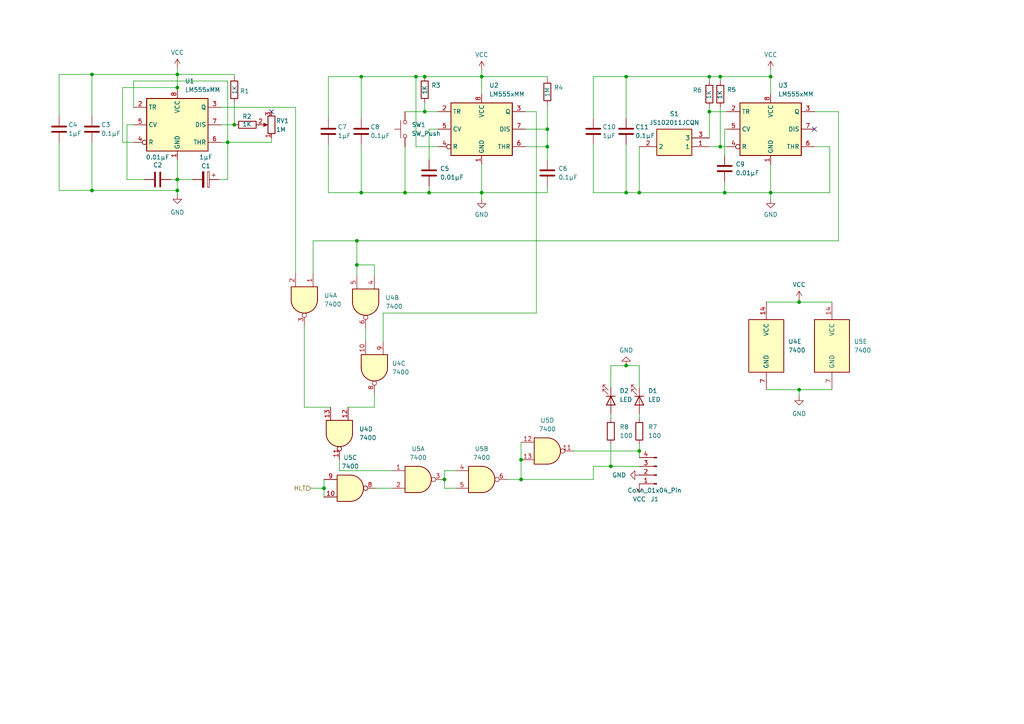
<source format=kicad_sch>
(kicad_sch (version 20231120) (generator "eeschema") (generator_version "8.0")
  (paper "A4")
  (lib_symbols
    (symbol "74xx:7400" (pin_names (offset 1.016))
      (property "Reference" "U" (at 0 1.27 0))
      (property "Value" "7400" (at 0 -1.27 0))
      (symbol "7400_1_1"
        (arc (start 0 -3.81) (mid 3.7934 0) (end 0 3.81) (stroke (width 0.254)) (fill (type background)))
        (polyline (pts (xy 0 3.81) (xy -3.81 3.81) (xy -3.81 -3.81) (xy 0 -3.81)) (stroke (width 0.254)) (fill (type background)))
        (pin input line (at -7.62 2.54 0) (length 3.81) (name "~") (number "1"))
        (pin input line (at -7.62 -2.54 0) (length 3.81) (name "~") (number "2"))
        (pin output inverted (at 7.62 0 180) (length 3.81) (name "~") (number "3"))
      )
      (symbol "7400_1_2"
        (arc (start -3.81 -3.81) (mid -2.589 0) (end -3.81 3.81) (stroke (width 0.254)))
        (arc (start -0.6096 -3.81) (mid 2.1842 -2.5851) (end 3.81 0) (stroke (width 0.254)) (fill (type background)))
        (polyline (pts (xy -3.81 -3.81) (xy -0.635 -3.81)) (stroke (width 0.254)) (fill (type background)))
        (polyline (pts (xy -3.81 3.81) (xy -0.635 3.81)) (stroke (width 0.254)) (fill (type background)))
        (polyline (pts (xy -0.635 3.81) (xy -3.81 3.81) (xy -3.81 3.81) (xy -3.556 3.4036) (xy -3.0226 2.2606) (xy -2.6924 1.0414) (xy -2.6162 -0.254) (xy -2.7686 -1.4986) (xy -3.175 -2.7178) (xy -3.81 -3.81) (xy -3.81 -3.81) (xy -0.635 -3.81)) (stroke (width -25.4)) (fill (type background)))
        (arc (start 3.81 0) (mid 2.1915 2.5936) (end -0.6096 3.81) (stroke (width 0.254)) (fill (type background)))
        (pin input inverted (at -7.62 2.54 0) (length 4.318) (name "~") (number "1"))
        (pin input inverted (at -7.62 -2.54 0) (length 4.318) (name "~") (number "2"))
        (pin output line (at 7.62 0 180) (length 3.81) (name "~") (number "3"))
      )
      (symbol "7400_2_1"
        (arc (start 0 -3.81) (mid 3.7934 0) (end 0 3.81) (stroke (width 0.254)) (fill (type background)))
        (polyline (pts (xy 0 3.81) (xy -3.81 3.81) (xy -3.81 -3.81) (xy 0 -3.81)) (stroke (width 0.254)) (fill (type background)))
        (pin input line (at -7.62 2.54 0) (length 3.81) (name "~") (number "4"))
        (pin input line (at -7.62 -2.54 0) (length 3.81) (name "~") (number "5"))
        (pin output inverted (at 7.62 0 180) (length 3.81) (name "~") (number "6"))
      )
      (symbol "7400_2_2"
        (arc (start -3.81 -3.81) (mid -2.589 0) (end -3.81 3.81) (stroke (width 0.254)))
        (arc (start -0.6096 -3.81) (mid 2.1842 -2.5851) (end 3.81 0) (stroke (width 0.254)) (fill (type background)))
        (polyline (pts (xy -3.81 -3.81) (xy -0.635 -3.81)) (stroke (width 0.254)) (fill (type background)))
        (polyline (pts (xy -3.81 3.81) (xy -0.635 3.81)) (stroke (width 0.254)) (fill (type background)))
        (polyline (pts (xy -0.635 3.81) (xy -3.81 3.81) (xy -3.81 3.81) (xy -3.556 3.4036) (xy -3.0226 2.2606) (xy -2.6924 1.0414) (xy -2.6162 -0.254) (xy -2.7686 -1.4986) (xy -3.175 -2.7178) (xy -3.81 -3.81) (xy -3.81 -3.81) (xy -0.635 -3.81)) (stroke (width -25.4)) (fill (type background)))
        (arc (start 3.81 0) (mid 2.1915 2.5936) (end -0.6096 3.81) (stroke (width 0.254)) (fill (type background)))
        (pin input inverted (at -7.62 2.54 0) (length 4.318) (name "~") (number "4"))
        (pin input inverted (at -7.62 -2.54 0) (length 4.318) (name "~") (number "5"))
        (pin output line (at 7.62 0 180) (length 3.81) (name "~") (number "6"))
      )
      (symbol "7400_3_1"
        (arc (start 0 -3.81) (mid 3.7934 0) (end 0 3.81) (stroke (width 0.254)) (fill (type background)))
        (polyline (pts (xy 0 3.81) (xy -3.81 3.81) (xy -3.81 -3.81) (xy 0 -3.81)) (stroke (width 0.254)) (fill (type background)))
        (pin input line (at -7.62 -2.54 0) (length 3.81) (name "~") (number "10"))
        (pin output inverted (at 7.62 0 180) (length 3.81) (name "~") (number "8"))
        (pin input line (at -7.62 2.54 0) (length 3.81) (name "~") (number "9"))
      )
      (symbol "7400_3_2"
        (arc (start -3.81 -3.81) (mid -2.589 0) (end -3.81 3.81) (stroke (width 0.254)))
        (arc (start -0.6096 -3.81) (mid 2.1842 -2.5851) (end 3.81 0) (stroke (width 0.254)) (fill (type background)))
        (polyline (pts (xy -3.81 -3.81) (xy -0.635 -3.81)) (stroke (width 0.254)) (fill (type background)))
        (polyline (pts (xy -3.81 3.81) (xy -0.635 3.81)) (stroke (width 0.254)) (fill (type background)))
        (polyline (pts (xy -0.635 3.81) (xy -3.81 3.81) (xy -3.81 3.81) (xy -3.556 3.4036) (xy -3.0226 2.2606) (xy -2.6924 1.0414) (xy -2.6162 -0.254) (xy -2.7686 -1.4986) (xy -3.175 -2.7178) (xy -3.81 -3.81) (xy -3.81 -3.81) (xy -0.635 -3.81)) (stroke (width -25.4)) (fill (type background)))
        (arc (start 3.81 0) (mid 2.1915 2.5936) (end -0.6096 3.81) (stroke (width 0.254)) (fill (type background)))
        (pin input inverted (at -7.62 -2.54 0) (length 4.318) (name "~") (number "10"))
        (pin output line (at 7.62 0 180) (length 3.81) (name "~") (number "8"))
        (pin input inverted (at -7.62 2.54 0) (length 4.318) (name "~") (number "9"))
      )
      (symbol "7400_4_1"
        (arc (start 0 -3.81) (mid 3.7934 0) (end 0 3.81) (stroke (width 0.254)) (fill (type background)))
        (polyline (pts (xy 0 3.81) (xy -3.81 3.81) (xy -3.81 -3.81) (xy 0 -3.81)) (stroke (width 0.254)) (fill (type background)))
        (pin output inverted (at 7.62 0 180) (length 3.81) (name "~") (number "11"))
        (pin input line (at -7.62 2.54 0) (length 3.81) (name "~") (number "12"))
        (pin input line (at -7.62 -2.54 0) (length 3.81) (name "~") (number "13"))
      )
      (symbol "7400_4_2"
        (arc (start -3.81 -3.81) (mid -2.589 0) (end -3.81 3.81) (stroke (width 0.254)))
        (arc (start -0.6096 -3.81) (mid 2.1842 -2.5851) (end 3.81 0) (stroke (width 0.254)) (fill (type background)))
        (polyline (pts (xy -3.81 -3.81) (xy -0.635 -3.81)) (stroke (width 0.254)) (fill (type background)))
        (polyline (pts (xy -3.81 3.81) (xy -0.635 3.81)) (stroke (width 0.254)) (fill (type background)))
        (polyline (pts (xy -0.635 3.81) (xy -3.81 3.81) (xy -3.81 3.81) (xy -3.556 3.4036) (xy -3.0226 2.2606) (xy -2.6924 1.0414) (xy -2.6162 -0.254) (xy -2.7686 -1.4986) (xy -3.175 -2.7178) (xy -3.81 -3.81) (xy -3.81 -3.81) (xy -0.635 -3.81)) (stroke (width -25.4)) (fill (type background)))
        (arc (start 3.81 0) (mid 2.1915 2.5936) (end -0.6096 3.81) (stroke (width 0.254)) (fill (type background)))
        (pin output line (at 7.62 0 180) (length 3.81) (name "~") (number "11"))
        (pin input inverted (at -7.62 2.54 0) (length 4.318) (name "~") (number "12"))
        (pin input inverted (at -7.62 -2.54 0) (length 4.318) (name "~") (number "13"))
      )
      (symbol "7400_5_0"
        (pin power_in line (at 0 12.7 270) (length 5.08) (name "VCC") (number "14"))
        (pin power_in line (at 0 -12.7 90) (length 5.08) (name "GND") (number "7"))
      )
      (symbol "7400_5_1"
        (rectangle (start -5.08 7.62) (end 5.08 -7.62) (stroke (width 0.254)) (fill (type background)))
      )
    )
    (symbol "Connector:Conn_01x04_Pin" (pin_names (offset 1.016) hide)
      (property "Reference" "J" (at 0 5.08 0))
      (property "Value" "Conn_01x04_Pin" (at 0 -7.62 0))
      (symbol "Conn_01x04_Pin_1_1"
        (polyline (pts (xy 1.27 -5.08) (xy 0.8636 -5.08)) (stroke (width 0.1524)))
        (polyline (pts (xy 1.27 -2.54) (xy 0.8636 -2.54)) (stroke (width 0.1524)))
        (polyline (pts (xy 1.27 0) (xy 0.8636 0)) (stroke (width 0.1524)))
        (polyline (pts (xy 1.27 2.54) (xy 0.8636 2.54)) (stroke (width 0.1524)))
        (rectangle (start 0.8636 -4.953) (end 0 -5.207) (stroke (width 0.1524)) (fill (type outline)))
        (rectangle (start 0.8636 -2.413) (end 0 -2.667) (stroke (width 0.1524)) (fill (type outline)))
        (rectangle (start 0.8636 0.127) (end 0 -0.127) (stroke (width 0.1524)) (fill (type outline)))
        (rectangle (start 0.8636 2.667) (end 0 2.413) (stroke (width 0.1524)) (fill (type outline)))
        (pin passive line (at 5.08 2.54 180) (length 3.81) (name "Pin_1") (number "1"))
        (pin passive line (at 5.08 0 180) (length 3.81) (name "Pin_2") (number "2"))
        (pin passive line (at 5.08 -2.54 180) (length 3.81) (name "Pin_3") (number "3"))
        (pin passive line (at 5.08 -5.08 180) (length 3.81) (name "Pin_4") (number "4"))
      )
    )
    (symbol "Device:C" (pin_numbers hide) (pin_names (offset 0.254))
      (property "Reference" "C" (at 0.635 2.54 0))
      (property "Value" "C" (at 0.635 -2.54 0))
      (symbol "C_0_1"
        (polyline (pts (xy -2.032 -0.762) (xy 2.032 -0.762)) (stroke (width 0.508)))
        (polyline (pts (xy -2.032 0.762) (xy 2.032 0.762)) (stroke (width 0.508)))
      )
      (symbol "C_1_1"
        (pin passive line (at 0 3.81 270) (length 2.794) (name "~") (number "1"))
        (pin passive line (at 0 -3.81 90) (length 2.794) (name "~") (number "2"))
      )
    )
    (symbol "Device:C_Polarized" (pin_numbers hide) (pin_names (offset 0.254))
      (property "Reference" "C" (at 0.635 2.54 0))
      (property "Value" "C_Polarized" (at 0.635 -2.54 0))
      (symbol "C_Polarized_0_1"
        (rectangle (start -2.286 0.508) (end 2.286 1.016))
        (polyline (pts (xy -1.778 2.286) (xy -0.762 2.286)))
        (polyline (pts (xy -1.27 2.794) (xy -1.27 1.778)))
        (rectangle (start 2.286 -0.508) (end -2.286 -1.016) (fill (type outline)))
      )
      (symbol "C_Polarized_1_1"
        (pin passive line (at 0 3.81 270) (length 2.794) (name "~") (number "1"))
        (pin passive line (at 0 -3.81 90) (length 2.794) (name "~") (number "2"))
      )
    )
    (symbol "Device:LED" (pin_numbers hide) (pin_names (offset 1.016) hide)
      (property "Reference" "D" (at 0 2.54 0))
      (property "Value" "LED" (at 0 -2.54 0))
      (symbol "LED_0_1"
        (polyline (pts (xy -1.27 -1.27) (xy -1.27 1.27)) (stroke (width 0.254)))
        (polyline (pts (xy -1.27 0) (xy 1.27 0)))
        (polyline (pts (xy 1.27 -1.27) (xy 1.27 1.27) (xy -1.27 0) (xy 1.27 -1.27)) (stroke (width 0.254)))
        (polyline (pts (xy -3.048 -0.762) (xy -4.572 -2.286) (xy -3.81 -2.286) (xy -4.572 -2.286) (xy -4.572 -1.524)))
        (polyline (pts (xy -1.778 -0.762) (xy -3.302 -2.286) (xy -2.54 -2.286) (xy -3.302 -2.286) (xy -3.302 -1.524)))
      )
      (symbol "LED_1_1"
        (pin passive line (at -3.81 0 0) (length 2.54) (name "K") (number "1"))
        (pin passive line (at 3.81 0 180) (length 2.54) (name "A") (number "2"))
      )
    )
    (symbol "Device:R" (pin_numbers hide) (pin_names (offset 0))
      (property "Reference" "R" (at 2.032 0 90))
      (property "Value" "R" (at 0 0 90))
      (symbol "R_0_1"
        (rectangle (start -1.016 -2.54) (end 1.016 2.54) (stroke (width 0.254)))
      )
      (symbol "R_1_1"
        (pin passive line (at 0 3.81 270) (length 1.27) (name "~") (number "1"))
        (pin passive line (at 0 -3.81 90) (length 1.27) (name "~") (number "2"))
      )
    )
    (symbol "Device:R_Potentiometer" (pin_names (offset 1.016) hide)
      (property "Reference" "RV" (at -4.445 0 90))
      (property "Value" "R_Potentiometer" (at -2.54 0 90))
      (symbol "R_Potentiometer_0_1"
        (polyline (pts (xy 2.54 0) (xy 1.524 0)))
        (polyline (pts (xy 1.143 0) (xy 2.286 0.508) (xy 2.286 -0.508) (xy 1.143 0)) (fill (type outline)))
        (rectangle (start 1.016 2.54) (end -1.016 -2.54) (stroke (width 0.254)))
      )
      (symbol "R_Potentiometer_1_1"
        (pin passive line (at 0 3.81 270) (length 1.27) (name "1") (number "1"))
        (pin passive line (at 3.81 0 180) (length 1.27) (name "2") (number "2"))
        (pin passive line (at 0 -3.81 90) (length 1.27) (name "3") (number "3"))
      )
    )
    (symbol "JS102011JCQN:JS102011JCQN"
      (property "Reference" "S" (at 16.51 7.62 0))
      (property "Value" "JS102011JCQN" (at 16.51 5.08 0))
      (symbol "JS102011JCQN_1_1"
        (rectangle (start 5.08 2.54) (end 15.24 -5.08) (stroke (width 0.254)) (fill (type background)))
        (pin passive line (at 0 0 0) (length 5.08) (name "1") (number "1"))
        (pin passive line (at 20.32 0 180) (length 5.08) (name "2") (number "2"))
        (pin passive line (at 0 -2.54 0) (length 5.08) (name "3") (number "3"))
      )
    )
    (symbol "Switch:SW_Push" (pin_numbers hide) (pin_names (offset 1.016) hide)
      (property "Reference" "SW" (at 1.27 2.54 0))
      (property "Value" "SW_Push" (at 0 -1.524 0))
      (symbol "SW_Push_0_1"
        (circle (center -2.032 0) (radius 0.508))
        (polyline (pts (xy 0 1.27) (xy 0 3.048)))
        (polyline (pts (xy 2.54 1.27) (xy -2.54 1.27)))
        (circle (center 2.032 0) (radius 0.508))
        (pin passive line (at -5.08 0 0) (length 2.54) (name "1") (number "1"))
        (pin passive line (at 5.08 0 180) (length 2.54) (name "2") (number "2"))
      )
    )
    (symbol "Timer:LM555xMM"
      (property "Reference" "U" (at -10.16 8.89 0))
      (property "Value" "LM555xMM" (at 2.54 8.89 0))
      (symbol "LM555xMM_0_0"
        (pin power_in line (at 0 -10.16 90) (length 2.54) (name "GND") (number "1"))
        (pin power_in line (at 0 10.16 270) (length 2.54) (name "VCC") (number "8"))
      )
      (symbol "LM555xMM_0_1"
        (rectangle (start -8.89 -7.62) (end 8.89 7.62) (stroke (width 0.254)) (fill (type background)))
        (rectangle (start -8.89 -7.62) (end 8.89 7.62) (stroke (width 0.254)) (fill (type background)))
      )
      (symbol "LM555xMM_1_1"
        (pin input line (at -12.7 5.08 0) (length 3.81) (name "TR") (number "2"))
        (pin output line (at 12.7 5.08 180) (length 3.81) (name "Q") (number "3"))
        (pin input inverted (at -12.7 -5.08 0) (length 3.81) (name "R") (number "4"))
        (pin input line (at -12.7 0 0) (length 3.81) (name "CV") (number "5"))
        (pin input line (at 12.7 -5.08 180) (length 3.81) (name "THR") (number "6"))
        (pin input line (at 12.7 0 180) (length 3.81) (name "DIS") (number "7"))
      )
    )
    (symbol "power:GND" (power) (pin_numbers hide) (pin_names (offset 0) hide)
      (property "Value" "GND" (at 0 -3.81 0))
      (symbol "GND_0_1"
        (polyline (pts (xy 0 0) (xy 0 -1.27) (xy 1.27 -1.27) (xy 0 -2.54) (xy -1.27 -1.27) (xy 0 -1.27)))
      )
      (symbol "GND_1_1"
        (pin power_in line (at 0 0 270) (length 0) (name "~") (number "1"))
      )
    )
    (symbol "power:VCC" (power) (pin_numbers hide) (pin_names (offset 0) hide)
      (property "Value" "VCC" (at 0 3.556 0))
      (symbol "VCC_0_1"
        (polyline (pts (xy -0.762 1.27) (xy 0 2.54)))
        (polyline (pts (xy 0 0) (xy 0 2.54)))
        (polyline (pts (xy 0 2.54) (xy 0.762 1.27)))
      )
      (symbol "VCC_1_1"
        (pin power_in line (at 0 0 90) (length 0) (name "~") (number "1"))
      )
    )
  )
  (junction (at 123.19 32.385))
  (junction (at 205.74 22.225))
  (junction (at 158.75 42.545))
  (junction (at 205.74 32.385))
  (junction (at 51.435 52.07))
  (junction (at 103.505 76.835))
  (junction (at 139.7 55.88))
  (junction (at 181.61 55.88))
  (junction (at 123.19 22.225))
  (junction (at 124.46 55.88))
  (junction (at 67.945 36.195))
  (junction (at 26.67 21.59))
  (junction (at 51.435 55.245))
  (junction (at 103.505 69.85))
  (junction (at 177.165 135.255))
  (junction (at 181.61 106.045))
  (junction (at 120.65 22.225))
  (junction (at 185.42 55.88))
  (junction (at 208.915 42.545))
  (junction (at 104.775 55.88))
  (junction (at 231.775 113.03))
  (junction (at 151.13 133.35))
  (junction (at 210.185 55.88))
  (junction (at 223.52 22.225))
  (junction (at 185.42 130.81))
  (junction (at 223.52 55.88))
  (junction (at 151.13 139.065))
  (junction (at 51.435 25.4))
  (junction (at 158.75 37.465))
  (junction (at 66.04 41.275))
  (junction (at 93.98 141.605))
  (junction (at 26.67 55.245))
  (junction (at 128.905 139.065))
  (junction (at 139.7 22.225))
  (junction (at 231.775 87.63))
  (junction (at 117.475 55.88))
  (junction (at 181.61 22.225))
  (junction (at 208.915 22.225))
  (junction (at 104.775 22.225))
  (junction (at 51.435 21.59))
  (no_connect (at 236.22 37.465))
  (no_connect (at 78.74 32.385))
  (wire (pts (xy 210.185 55.88) (xy 223.52 55.88)))
  (wire (pts (xy 124.46 37.465) (xy 127 37.465)))
  (wire (pts (xy 222.25 113.03) (xy 231.775 113.03)))
  (wire (pts (xy 90.17 141.605) (xy 93.98 141.605)))
  (wire (pts (xy 240.665 42.545) (xy 240.665 55.88)))
  (wire (pts (xy 185.42 120.015) (xy 185.42 121.285)))
  (wire (pts (xy 223.52 22.225) (xy 223.52 20.32)))
  (wire (pts (xy 104.775 41.91) (xy 104.775 55.88)))
  (wire (pts (xy 223.52 55.88) (xy 223.52 57.785)))
  (wire (pts (xy 208.915 42.545) (xy 208.915 31.115)))
  (wire (pts (xy 95.25 41.91) (xy 95.25 55.88)))
  (wire (pts (xy 51.435 21.59) (xy 51.435 25.4)))
  (wire (pts (xy 95.25 34.29) (xy 95.25 22.225)))
  (wire (pts (xy 66.04 41.275) (xy 64.135 41.275)))
  (wire (pts (xy 172.085 41.91) (xy 172.085 55.88)))
  (wire (pts (xy 35.56 41.275) (xy 35.56 25.4)))
  (wire (pts (xy 139.7 22.225) (xy 139.7 27.305)))
  (wire (pts (xy 35.56 41.275) (xy 38.735 41.275)))
  (wire (pts (xy 177.165 112.395) (xy 177.165 106.045)))
  (wire (pts (xy 158.75 46.355) (xy 158.75 42.545)))
  (wire (pts (xy 181.61 22.225) (xy 205.74 22.225)))
  (wire (pts (xy 158.75 37.465) (xy 152.4 37.465)))
  (wire (pts (xy 103.505 69.85) (xy 103.505 76.835)))
  (wire (pts (xy 64.135 36.195) (xy 67.945 36.195)))
  (wire (pts (xy 123.19 32.385) (xy 127 32.385)))
  (wire (pts (xy 181.61 22.225) (xy 181.61 34.29)))
  (wire (pts (xy 236.22 42.545) (xy 240.665 42.545)))
  (wire (pts (xy 223.52 47.625) (xy 223.52 55.88)))
  (wire (pts (xy 26.67 41.275) (xy 26.67 55.245)))
  (wire (pts (xy 139.7 22.225) (xy 158.75 22.225)))
  (wire (pts (xy 51.435 52.07) (xy 55.88 52.07)))
  (wire (pts (xy 151.13 133.35) (xy 151.13 139.065)))
  (wire (pts (xy 128.905 141.605) (xy 132.08 141.605)))
  (wire (pts (xy 36.83 52.07) (xy 41.91 52.07)))
  (wire (pts (xy 109.22 141.605) (xy 113.665 141.605)))
  (wire (pts (xy 158.75 42.545) (xy 158.75 37.465)))
  (wire (pts (xy 151.13 139.065) (xy 172.085 139.065)))
  (wire (pts (xy 90.805 69.85) (xy 103.505 69.85)))
  (wire (pts (xy 98.425 136.525) (xy 113.665 136.525)))
  (wire (pts (xy 78.74 41.275) (xy 78.74 40.005)))
  (wire (pts (xy 240.665 55.88) (xy 223.52 55.88)))
  (wire (pts (xy 63.5 52.07) (xy 66.04 52.07)))
  (wire (pts (xy 123.19 22.225) (xy 139.7 22.225)))
  (wire (pts (xy 147.32 139.065) (xy 151.13 139.065)))
  (wire (pts (xy 51.435 21.59) (xy 67.945 21.59)))
  (wire (pts (xy 185.42 128.905) (xy 185.42 130.81)))
  (wire (pts (xy 208.915 42.545) (xy 210.82 42.545)))
  (wire (pts (xy 205.74 42.545) (xy 208.915 42.545)))
  (wire (pts (xy 223.52 22.225) (xy 223.52 27.305)))
  (wire (pts (xy 139.7 57.785) (xy 139.7 55.88)))
  (wire (pts (xy 26.67 21.59) (xy 51.435 21.59)))
  (wire (pts (xy 185.42 130.81) (xy 185.42 132.715)))
  (wire (pts (xy 139.7 55.88) (xy 139.7 47.625)))
  (wire (pts (xy 64.135 31.115) (xy 85.725 31.115)))
  (wire (pts (xy 208.915 22.225) (xy 208.915 23.495)))
  (wire (pts (xy 67.945 21.59) (xy 67.945 22.225)))
  (wire (pts (xy 88.265 118.11) (xy 95.885 118.11)))
  (wire (pts (xy 49.53 52.07) (xy 51.435 52.07)))
  (wire (pts (xy 108.585 114.3) (xy 108.585 118.11)))
  (wire (pts (xy 103.505 76.835) (xy 103.505 80.01)))
  (wire (pts (xy 181.61 106.045) (xy 185.42 106.045)))
  (wire (pts (xy 111.125 99.06) (xy 111.125 90.805)))
  (wire (pts (xy 172.085 55.88) (xy 181.61 55.88)))
  (wire (pts (xy 139.7 20.32) (xy 139.7 22.225)))
  (wire (pts (xy 205.74 22.225) (xy 208.915 22.225)))
  (wire (pts (xy 185.42 42.545) (xy 185.42 55.88)))
  (wire (pts (xy 103.505 69.85) (xy 243.205 69.85)))
  (wire (pts (xy 36.83 36.195) (xy 36.83 52.07)))
  (wire (pts (xy 35.56 25.4) (xy 51.435 25.4)))
  (wire (pts (xy 231.775 87.63) (xy 231.775 86.995)))
  (wire (pts (xy 51.435 19.685) (xy 51.435 21.59)))
  (wire (pts (xy 139.7 55.88) (xy 158.75 55.88)))
  (wire (pts (xy 106.045 95.25) (xy 106.045 99.06)))
  (wire (pts (xy 104.775 55.88) (xy 117.475 55.88)))
  (wire (pts (xy 231.775 113.03) (xy 241.3 113.03)))
  (wire (pts (xy 185.42 55.88) (xy 210.185 55.88)))
  (wire (pts (xy 104.775 22.225) (xy 104.775 34.29)))
  (wire (pts (xy 172.085 135.255) (xy 177.165 135.255)))
  (wire (pts (xy 51.435 25.4) (xy 51.435 26.035)))
  (wire (pts (xy 181.61 55.88) (xy 185.42 55.88)))
  (wire (pts (xy 181.61 41.91) (xy 181.61 55.88)))
  (wire (pts (xy 155.575 90.805) (xy 155.575 32.385)))
  (wire (pts (xy 93.98 141.605) (xy 93.98 139.065)))
  (wire (pts (xy 66.04 23.495) (xy 66.04 41.275)))
  (wire (pts (xy 17.145 55.245) (xy 26.67 55.245)))
  (wire (pts (xy 17.145 41.275) (xy 17.145 55.245)))
  (wire (pts (xy 117.475 55.88) (xy 124.46 55.88)))
  (wire (pts (xy 95.25 22.225) (xy 104.775 22.225)))
  (wire (pts (xy 177.165 120.015) (xy 177.165 121.285)))
  (wire (pts (xy 172.085 22.225) (xy 181.61 22.225)))
  (wire (pts (xy 38.735 31.115) (xy 38.735 23.495)))
  (wire (pts (xy 26.67 55.245) (xy 51.435 55.245)))
  (wire (pts (xy 205.74 32.385) (xy 205.74 40.005)))
  (wire (pts (xy 128.905 139.065) (xy 128.905 141.605)))
  (wire (pts (xy 166.37 130.81) (xy 185.42 130.81)))
  (wire (pts (xy 210.185 52.705) (xy 210.185 55.88)))
  (wire (pts (xy 185.42 106.045) (xy 185.42 112.395)))
  (wire (pts (xy 124.46 55.88) (xy 124.46 53.975)))
  (wire (pts (xy 98.425 133.35) (xy 98.425 136.525)))
  (wire (pts (xy 158.75 55.88) (xy 158.75 53.975)))
  (wire (pts (xy 67.945 29.845) (xy 67.945 36.195)))
  (wire (pts (xy 17.145 21.59) (xy 26.67 21.59)))
  (wire (pts (xy 210.185 37.465) (xy 210.82 37.465)))
  (wire (pts (xy 74.93 36.195) (xy 75.565 36.195)))
  (wire (pts (xy 158.75 30.48) (xy 158.75 37.465)))
  (wire (pts (xy 38.735 23.495) (xy 66.04 23.495)))
  (wire (pts (xy 208.915 22.225) (xy 223.52 22.225)))
  (wire (pts (xy 120.65 22.225) (xy 120.65 42.545)))
  (wire (pts (xy 51.435 52.07) (xy 51.435 55.245)))
  (wire (pts (xy 243.205 32.385) (xy 236.22 32.385)))
  (wire (pts (xy 117.475 42.545) (xy 117.475 55.88)))
  (wire (pts (xy 88.265 94.615) (xy 88.265 118.11)))
  (wire (pts (xy 26.67 21.59) (xy 26.67 33.655)))
  (wire (pts (xy 90.805 79.375) (xy 90.805 69.85)))
  (wire (pts (xy 152.4 42.545) (xy 158.75 42.545)))
  (wire (pts (xy 172.085 139.065) (xy 172.085 135.255)))
  (wire (pts (xy 177.165 128.905) (xy 177.165 135.255)))
  (wire (pts (xy 231.775 87.63) (xy 241.3 87.63)))
  (wire (pts (xy 38.735 36.195) (xy 36.83 36.195)))
  (wire (pts (xy 128.905 136.525) (xy 132.08 136.525)))
  (wire (pts (xy 117.475 32.385) (xy 123.19 32.385)))
  (wire (pts (xy 158.75 22.225) (xy 158.75 22.86)))
  (wire (pts (xy 128.905 139.065) (xy 128.905 136.525)))
  (wire (pts (xy 120.65 22.225) (xy 123.19 22.225)))
  (wire (pts (xy 243.205 69.85) (xy 243.205 32.385)))
  (wire (pts (xy 17.145 33.655) (xy 17.145 21.59)))
  (wire (pts (xy 222.25 87.63) (xy 231.775 87.63)))
  (wire (pts (xy 120.65 42.545) (xy 127 42.545)))
  (wire (pts (xy 93.98 141.605) (xy 93.98 144.145)))
  (wire (pts (xy 172.085 34.29) (xy 172.085 22.225)))
  (wire (pts (xy 100.965 118.11) (xy 108.585 118.11)))
  (wire (pts (xy 151.13 128.27) (xy 151.13 133.35)))
  (wire (pts (xy 205.74 31.115) (xy 205.74 32.385)))
  (wire (pts (xy 177.165 135.255) (xy 185.42 135.255)))
  (wire (pts (xy 51.435 55.245) (xy 51.435 56.515)))
  (wire (pts (xy 108.585 80.01) (xy 108.585 76.835)))
  (wire (pts (xy 108.585 76.835) (xy 103.505 76.835)))
  (wire (pts (xy 111.125 90.805) (xy 155.575 90.805)))
  (wire (pts (xy 231.775 113.03) (xy 231.775 114.935)))
  (wire (pts (xy 123.19 29.845) (xy 123.19 32.385)))
  (wire (pts (xy 177.165 106.045) (xy 181.61 106.045)))
  (wire (pts (xy 124.46 55.88) (xy 139.7 55.88)))
  (wire (pts (xy 66.04 41.275) (xy 66.04 52.07)))
  (wire (pts (xy 124.46 46.355) (xy 124.46 37.465)))
  (wire (pts (xy 95.25 55.88) (xy 104.775 55.88)))
  (wire (pts (xy 104.775 22.225) (xy 120.65 22.225)))
  (wire (pts (xy 210.185 45.085) (xy 210.185 37.465)))
  (wire (pts (xy 51.435 52.07) (xy 51.435 46.355)))
  (wire (pts (xy 155.575 32.385) (xy 152.4 32.385)))
  (wire (pts (xy 205.74 22.225) (xy 205.74 23.495)))
  (wire (pts (xy 66.04 41.275) (xy 78.74 41.275)))
  (wire (pts (xy 85.725 31.115) (xy 85.725 79.375)))
  (wire (pts (xy 205.74 32.385) (xy 210.82 32.385)))
  (hierarchical_label "HLT" (shape input) (at 90.17 141.605 180))
  (symbol (lib_id "Switch:SW_Push") (at 117.475 37.465 90) (unit 1)
    (property "Reference" "SW1" (at 119.38 36.1949 90) (effects (justify right)))
    (property "Value" "SW_Push" (at 119.38 38.7349 90) (effects (justify right)))
    (property "Footprint" "Button_Switch_THT:SW_PUSH_6mm_H5mm" (effects (hide yes)))
    (property "Description" "Push button switch, generic, two pins" (effects (hide yes)))
  )
  (symbol (lib_id "Device:R") (at 205.74 27.305 0) (unit 1)
    (property "Reference" "R6" (at 200.914 26.162 0) (effects (justify left)))
    (property "Value" "1K" (at 205.613 28.829 90) (effects (justify left)))
    (property "Footprint" "Resistor_SMD:R_0603_1608Metric" (effects (hide yes)))
    (property "Description" "Resistor" (effects (hide yes)))
  )
  (symbol (lib_id "power:GND") (at 185.42 137.795 270) (unit 1)
    (property "Reference" "#PWR010" (effects (hide yes)))
    (property "Value" "GND" (at 181.61 137.7951 90) (effects (justify right)))
    (property "Description" "Power symbol creates a global label with name \"GND\" , ground" (effects (hide yes)))
  )
  (symbol (lib_id "power:VCC") (at 51.435 19.685 0) (unit 1)
    (property "Reference" "#PWR01" (effects (hide yes)))
    (property "Value" "VCC" (at 51.435 15.24 0))
    (property "Description" "Power symbol creates a global label with name \"VCC\"" (effects (hide yes)))
  )
  (symbol (lib_id "Device:C_Polarized") (at 59.69 52.07 270) (unit 1)
    (property "Reference" "C1" (at 59.69 48.133 90))
    (property "Value" "1µF" (at 59.69 45.593 90))
    (property "Footprint" "Capacitor_SMD:C_0603_1608Metric" (effects (hide yes)))
    (property "Description" "Polarized capacitor" (effects (hide yes)))
  )
  (symbol (lib_id "power:GND") (at 181.61 106.045 180) (unit 1)
    (property "Reference" "#PWR011" (effects (hide yes)))
    (property "Value" "GND" (at 181.61 101.6 0))
    (property "Description" "Power symbol creates a global label with name \"GND\" , ground" (effects (hide yes)))
  )
  (symbol (lib_id "power:VCC") (at 231.775 86.995 0) (unit 1)
    (property "Reference" "#PWR07" (effects (hide yes)))
    (property "Value" "VCC" (at 231.775 82.55 0))
    (property "Description" "Power symbol creates a global label with name \"VCC\"" (effects (hide yes)))
  )
  (symbol (lib_id "74xx:7400") (at 158.75 130.81 0) (unit 4)
    (property "Reference" "U5" (at 158.7417 121.92 0))
    (property "Value" "7400" (at 158.7417 124.46 0))
    (property "Footprint" "Package_SO:SOIC-14_3.9x8.7mm_P1.27mm" (effects (hide yes)))
    (property "Datasheet" "http://www.ti.com/lit/gpn/sn7400" (effects (hide yes)))
    (property "Description" "quad 2-input NAND gate" (effects (hide yes)))
  )
  (symbol (lib_id "Device:R") (at 208.915 27.305 0) (unit 1)
    (property "Reference" "R5" (at 210.82 26.0349 0) (effects (justify left)))
    (property "Value" "1K" (at 208.788 28.829 90) (effects (justify left)))
    (property "Footprint" "Resistor_SMD:R_0603_1608Metric" (effects (hide yes)))
    (property "Description" "Resistor" (effects (hide yes)))
  )
  (symbol (lib_id "74xx:7400") (at 88.265 86.995 270) (unit 1)
    (property "Reference" "U4" (at 93.98 85.7166 90) (effects (justify left)))
    (property "Value" "7400" (at 93.98 88.2566 90) (effects (justify left)))
    (property "Footprint" "Package_SO:SOIC-14_3.9x8.7mm_P1.27mm" (effects (hide yes)))
    (property "Datasheet" "http://www.ti.com/lit/gpn/sn7400" (effects (hide yes)))
    (property "Description" "quad 2-input NAND gate" (effects (hide yes)))
  )
  (symbol (lib_id "Device:C") (at 158.75 50.165 0) (unit 1)
    (property "Reference" "C6" (at 161.925 48.8949 0) (effects (justify left)))
    (property "Value" "0.1µF" (at 161.925 51.4349 0) (effects (justify left)))
    (property "Footprint" "Capacitor_SMD:C_0603_1608Metric" (effects (hide yes)))
    (property "Description" "Unpolarized capacitor" (effects (hide yes)))
  )
  (symbol (lib_id "Device:R") (at 123.19 26.035 180) (unit 1)
    (property "Reference" "R3" (at 125.095 24.7649 0) (effects (justify right)))
    (property "Value" "1K" (at 123.19 27.432 90) (effects (justify right)))
    (property "Footprint" "Resistor_SMD:R_0603_1608Metric" (effects (hide yes)))
    (property "Description" "Resistor" (effects (hide yes)))
  )
  (symbol (lib_id "Device:LED") (at 185.42 116.205 270) (unit 1)
    (property "Reference" "D1" (at 187.96 113.3474 90) (effects (justify left)))
    (property "Value" "LED" (at 187.96 115.8874 90) (effects (justify left)))
    (property "Footprint" "LED_SMD:LED_0603_1608Metric" (effects (hide yes)))
    (property "Description" "Light emitting diode" (effects (hide yes)))
  )
  (symbol (lib_id "74xx:7400") (at 222.25 100.33 0) (unit 5)
    (property "Reference" "U4" (at 228.6 99.0599 0) (effects (justify left)))
    (property "Value" "7400" (at 228.6 101.5999 0) (effects (justify left)))
    (property "Footprint" "Package_SO:SOIC-14_3.9x8.7mm_P1.27mm" (effects (hide yes)))
    (property "Datasheet" "http://www.ti.com/lit/gpn/sn7400" (effects (hide yes)))
    (property "Description" "quad 2-input NAND gate" (effects (hide yes)))
  )
  (symbol (lib_id "Device:LED") (at 177.165 116.205 270) (unit 1)
    (property "Reference" "D2" (at 179.705 113.3474 90) (effects (justify left)))
    (property "Value" "LED" (at 179.705 115.8874 90) (effects (justify left)))
    (property "Footprint" "LED_SMD:LED_0603_1608Metric" (effects (hide yes)))
    (property "Description" "Light emitting diode" (effects (hide yes)))
  )
  (symbol (lib_id "Connector:Conn_01x04_Pin") (at 190.5 137.795 180) (unit 1)
    (property "Reference" "J1" (at 189.865 144.78 0))
    (property "Value" "Conn_01x04_Pin" (at 189.865 142.24 0))
    (property "Footprint" "Connector_PinHeader_2.54mm:PinHeader_1x04_P2.54mm_Vertical" (effects (hide yes)))
    (property "Description" "Generic connector, single row, 01x04, script generated" (effects (hide yes)))
  )
  (symbol (lib_id "Device:C") (at 17.145 37.465 0) (unit 1)
    (property "Reference" "C4" (at 19.812 36.195 0) (effects (justify left)))
    (property "Value" "1µF" (at 19.812 38.735 0) (effects (justify left)))
    (property "Footprint" "Capacitor_SMD:C_0603_1608Metric" (effects (hide yes)))
    (property "Description" "Unpolarized capacitor" (effects (hide yes)))
  )
  (symbol (lib_id "power:VCC") (at 139.7 20.32 0) (unit 1)
    (property "Reference" "#PWR03" (effects (hide yes)))
    (property "Value" "VCC" (at 139.7 15.875 0))
    (property "Description" "Power symbol creates a global label with name \"VCC\"" (effects (hide yes)))
  )
  (symbol (lib_id "Device:C") (at 45.72 52.07 90) (unit 1)
    (property "Reference" "C2" (at 45.72 47.879 90))
    (property "Value" "0.01µF" (at 45.72 45.593 90))
    (property "Footprint" "Capacitor_SMD:C_0603_1608Metric" (effects (hide yes)))
    (property "Description" "Unpolarized capacitor" (effects (hide yes)))
  )
  (symbol (lib_id "Device:R") (at 177.165 125.095 0) (unit 1)
    (property "Reference" "R8" (at 179.705 123.8249 0) (effects (justify left)))
    (property "Value" "100" (at 179.705 126.3649 0) (effects (justify left)))
    (property "Footprint" "Resistor_SMD:R_0603_1608Metric" (effects (hide yes)))
    (property "Description" "Resistor" (effects (hide yes)))
  )
  (symbol (lib_id "Device:R") (at 67.945 26.035 0) (unit 1)
    (property "Reference" "R1" (at 69.596 26.416 0) (effects (justify left)))
    (property "Value" "1K" (at 68.072 27.432 90) (effects (justify left)))
    (property "Footprint" "Resistor_SMD:R_0603_1608Metric" (effects (hide yes)))
    (property "Description" "Resistor" (effects (hide yes)))
  )
  (symbol (lib_id "Device:C") (at 95.25 38.1 0) (unit 1)
    (property "Reference" "C7" (at 97.917 36.83 0) (effects (justify left)))
    (property "Value" "1µF" (at 97.917 39.37 0) (effects (justify left)))
    (property "Footprint" "Capacitor_SMD:C_0603_1608Metric" (effects (hide yes)))
    (property "Description" "Unpolarized capacitor" (effects (hide yes)))
  )
  (symbol (lib_id "power:GND") (at 51.435 56.515 0) (unit 1)
    (property "Reference" "#PWR02" (effects (hide yes)))
    (property "Value" "GND" (at 51.435 61.595 0))
    (property "Description" "Power symbol creates a global label with name \"GND\" , ground" (effects (hide yes)))
  )
  (symbol (lib_id "Timer:LM555xMM") (at 139.7 37.465 0) (unit 1)
    (property "Reference" "U2" (at 141.8941 24.765 0) (effects (justify left)))
    (property "Value" "LM555xMM" (at 141.8941 27.305 0) (effects (justify left)))
    (property "Footprint" "Package_SO:SOIC-8_3.9x4.9mm_P1.27mm" (effects (hide yes)))
    (property "Datasheet" "http://www.ti.com/lit/ds/symlink/lm555.pdf" (effects (hide yes)))
    (property "Description" "Precision Timers, 555 compatible, VSSOP-8" (effects (hide yes)))
  )
  (symbol (lib_id "Timer:LM555xMM") (at 223.52 37.465 0) (unit 1)
    (property "Reference" "U3" (at 225.7141 24.765 0) (effects (justify left)))
    (property "Value" "LM555xMM" (at 225.7141 27.305 0) (effects (justify left)))
    (property "Footprint" "Package_SO:SOIC-8_3.9x4.9mm_P1.27mm" (effects (hide yes)))
    (property "Datasheet" "http://www.ti.com/lit/ds/symlink/lm555.pdf" (effects (hide yes)))
    (property "Description" "Precision Timers, 555 compatible, VSSOP-8" (effects (hide yes)))
  )
  (symbol (lib_id "74xx:7400") (at 139.7 139.065 0) (unit 2)
    (property "Reference" "U5" (at 139.6917 130.175 0))
    (property "Value" "7400" (at 139.6917 132.715 0))
    (property "Footprint" "Package_SO:SOIC-14_3.9x8.7mm_P1.27mm" (effects (hide yes)))
    (property "Datasheet" "http://www.ti.com/lit/gpn/sn7400" (effects (hide yes)))
    (property "Description" "quad 2-input NAND gate" (effects (hide yes)))
  )
  (symbol (lib_id "74xx:7400") (at 121.285 139.065 0) (unit 1)
    (property "Reference" "U5" (at 121.2767 130.175 0))
    (property "Value" "7400" (at 121.2767 132.715 0))
    (property "Footprint" "Package_SO:SOIC-14_3.9x8.7mm_P1.27mm" (effects (hide yes)))
    (property "Datasheet" "http://www.ti.com/lit/gpn/sn7400" (effects (hide yes)))
    (property "Description" "quad 2-input NAND gate" (effects (hide yes)))
  )
  (symbol (lib_id "power:GND") (at 223.52 57.785 0) (unit 1)
    (property "Reference" "#PWR06" (effects (hide yes)))
    (property "Value" "GND" (at 223.52 62.23 0))
    (property "Description" "Power symbol creates a global label with name \"GND\" , ground" (effects (hide yes)))
  )
  (symbol (lib_id "74xx:7400") (at 106.045 87.63 270) (unit 2)
    (property "Reference" "U4" (at 111.76 86.3516 90) (effects (justify left)))
    (property "Value" "7400" (at 111.76 88.8916 90) (effects (justify left)))
    (property "Footprint" "Package_SO:SOIC-14_3.9x8.7mm_P1.27mm" (effects (hide yes)))
    (property "Datasheet" "http://www.ti.com/lit/gpn/sn7400" (effects (hide yes)))
    (property "Description" "quad 2-input NAND gate" (effects (hide yes)))
  )
  (symbol (lib_id "74xx:7400") (at 108.585 106.68 270) (unit 3)
    (property "Reference" "U4" (at 113.665 105.4016 90) (effects (justify left)))
    (property "Value" "7400" (at 113.665 107.9416 90) (effects (justify left)))
    (property "Footprint" "Package_SO:SOIC-14_3.9x8.7mm_P1.27mm" (effects (hide yes)))
    (property "Datasheet" "http://www.ti.com/lit/gpn/sn7400" (effects (hide yes)))
    (property "Description" "quad 2-input NAND gate" (effects (hide yes)))
  )
  (symbol (lib_id "Device:C") (at 210.185 48.895 0) (unit 1)
    (property "Reference" "C9" (at 213.36 47.6249 0) (effects (justify left)))
    (property "Value" "0.01µF" (at 213.36 50.1649 0) (effects (justify left)))
    (property "Footprint" "Capacitor_SMD:C_0603_1608Metric" (effects (hide yes)))
    (property "Description" "Unpolarized capacitor" (effects (hide yes)))
  )
  (symbol (lib_id "Device:C") (at 181.61 38.1 0) (unit 1)
    (property "Reference" "C11" (at 184.277 36.83 0) (effects (justify left)))
    (property "Value" "0.1µF" (at 184.277 39.37 0) (effects (justify left)))
    (property "Footprint" "Capacitor_SMD:C_0603_1608Metric" (effects (hide yes)))
    (property "Description" "Unpolarized capacitor" (effects (hide yes)))
  )
  (symbol (lib_id "Device:R") (at 71.755 36.195 90) (unit 1)
    (property "Reference" "R2" (at 71.628 33.782 90))
    (property "Value" "1K" (at 71.628 36.068 90))
    (property "Footprint" "Resistor_SMD:R_0603_1608Metric" (effects (hide yes)))
    (property "Description" "Resistor" (effects (hide yes)))
  )
  (symbol (lib_id "Device:C") (at 104.775 38.1 0) (unit 1)
    (property "Reference" "C8" (at 107.442 36.83 0) (effects (justify left)))
    (property "Value" "0.1µF" (at 107.442 39.37 0) (effects (justify left)))
    (property "Footprint" "Capacitor_SMD:C_0603_1608Metric" (effects (hide yes)))
    (property "Description" "Unpolarized capacitor" (effects (hide yes)))
  )
  (symbol (lib_id "Device:R_Potentiometer") (at 78.74 36.195 180) (unit 1)
    (property "Reference" "RV1" (at 80.01 35.052 0) (effects (justify right)))
    (property "Value" "1M" (at 80.01 37.592 0) (effects (justify right)))
    (property "Footprint" "Potentiometer_THT:Potentiometer_Bourns_3386P_Vertical" (effects (hide yes)))
    (property "Description" "Potentiometer" (effects (hide yes)))
  )
  (symbol (lib_id "Device:R") (at 158.75 26.67 0) (unit 1)
    (property "Reference" "R4" (at 160.655 25.3999 0) (effects (justify left)))
    (property "Value" "1M" (at 158.75 28.194 90) (effects (justify left)))
    (property "Footprint" "Resistor_SMD:R_0603_1608Metric" (effects (hide yes)))
    (property "Description" "Resistor" (effects (hide yes)))
  )
  (symbol (lib_id "74xx:7400") (at 98.425 125.73 270) (unit 4)
    (property "Reference" "U4" (at 104.14 124.4516 90) (effects (justify left)))
    (property "Value" "7400" (at 104.14 126.9916 90) (effects (justify left)))
    (property "Footprint" "Package_SO:SOIC-14_3.9x8.7mm_P1.27mm" (effects (hide yes)))
    (property "Datasheet" "http://www.ti.com/lit/gpn/sn7400" (effects (hide yes)))
    (property "Description" "quad 2-input NAND gate" (effects (hide yes)))
  )
  (symbol (lib_id "Device:R") (at 185.42 125.095 0) (unit 1)
    (property "Reference" "R7" (at 187.96 123.8249 0) (effects (justify left)))
    (property "Value" "100" (at 187.96 126.3649 0) (effects (justify left)))
    (property "Footprint" "Resistor_SMD:R_0603_1608Metric" (effects (hide yes)))
    (property "Description" "Resistor" (effects (hide yes)))
  )
  (symbol (lib_id "Device:C") (at 26.67 37.465 0) (unit 1)
    (property "Reference" "C3" (at 29.337 36.195 0) (effects (justify left)))
    (property "Value" "0.1µF" (at 29.337 38.735 0) (effects (justify left)))
    (property "Footprint" "Capacitor_SMD:C_0603_1608Metric" (effects (hide yes)))
    (property "Description" "Unpolarized capacitor" (effects (hide yes)))
  )
  (symbol (lib_id "Timer:LM555xMM") (at 51.435 36.195 0) (unit 1)
    (property "Reference" "U1" (at 53.6291 23.495 0) (effects (justify left)))
    (property "Value" "LM555xMM" (at 53.6291 26.035 0) (effects (justify left)))
    (property "Footprint" "Package_SO:SOIC-8_3.9x4.9mm_P1.27mm" (effects (hide yes)))
    (property "Datasheet" "http://www.ti.com/lit/ds/symlink/lm555.pdf" (effects (hide yes)))
    (property "Description" "Precision Timers, 555 compatible, VSSOP-8" (effects (hide yes)))
  )
  (symbol (lib_id "Device:C") (at 124.46 50.165 0) (unit 1)
    (property "Reference" "C5" (at 127.635 48.8949 0) (effects (justify left)))
    (property "Value" "0.01µF" (at 127.635 51.4349 0) (effects (justify left)))
    (property "Footprint" "Capacitor_SMD:C_0603_1608Metric" (effects (hide yes)))
    (property "Description" "Unpolarized capacitor" (effects (hide yes)))
  )
  (symbol (lib_id "74xx:7400") (at 241.3 100.33 0) (unit 5)
    (property "Reference" "U5" (at 247.65 99.0599 0) (effects (justify left)))
    (property "Value" "7400" (at 247.65 101.5999 0) (effects (justify left)))
    (property "Footprint" "Package_SO:SOIC-14_3.9x8.7mm_P1.27mm" (effects (hide yes)))
    (property "Datasheet" "http://www.ti.com/lit/gpn/sn7400" (effects (hide yes)))
    (property "Description" "quad 2-input NAND gate" (effects (hide yes)))
  )
  (symbol (lib_id "power:VCC") (at 185.42 140.335 180) (unit 1)
    (property "Reference" "#PWR09" (effects (hide yes)))
    (property "Value" "VCC" (at 185.42 144.78 0))
    (property "Description" "Power symbol creates a global label with name \"VCC\"" (effects (hide yes)))
  )
  (symbol (lib_id "power:GND") (at 231.775 114.935 0) (unit 1)
    (property "Reference" "#PWR08" (effects (hide yes)))
    (property "Value" "GND" (at 231.775 120.015 0))
    (property "Description" "Power symbol creates a global label with name \"GND\" , ground" (effects (hide yes)))
  )
  (symbol (lib_id "Device:C") (at 172.085 38.1 0) (unit 1)
    (property "Reference" "C10" (at 174.752 36.83 0) (effects (justify left)))
    (property "Value" "1µF" (at 174.752 39.37 0) (effects (justify left)))
    (property "Footprint" "Capacitor_SMD:C_0603_1608Metric" (effects (hide yes)))
    (property "Description" "Unpolarized capacitor" (effects (hide yes)))
  )
  (symbol (lib_id "power:VCC") (at 223.52 20.32 0) (unit 1)
    (property "Reference" "#PWR05" (effects (hide yes)))
    (property "Value" "VCC" (at 223.52 15.875 0))
    (property "Description" "Power symbol creates a global label with name \"VCC\"" (effects (hide yes)))
  )
  (symbol (lib_id "74xx:7400") (at 101.6 141.605 0) (unit 3)
    (property "Reference" "U5" (at 101.5917 132.715 0))
    (property "Value" "7400" (at 101.5917 135.255 0))
    (property "Footprint" "Package_SO:SOIC-14_3.9x8.7mm_P1.27mm" (effects (hide yes)))
    (property "Datasheet" "http://www.ti.com/lit/gpn/sn7400" (effects (hide yes)))
    (property "Description" "quad 2-input NAND gate" (effects (hide yes)))
  )
  (symbol (lib_id "power:GND") (at 139.7 57.785 0) (unit 1)
    (property "Reference" "#PWR04" (effects (hide yes)))
    (property "Value" "GND" (at 139.7 62.23 0))
    (property "Description" "Power symbol creates a global label with name \"GND\" , ground" (effects (hide yes)))
  )
  (symbol (lib_id "JS102011JCQN:JS102011JCQN") (at 205.74 42.545 180) (unit 1)
    (property "Reference" "S1" (at 195.58 33.02 0))
    (property "Value" "JS102011JCQN" (at 195.58 35.56 0))
    (property "Footprint" "js button:JS102011JCQN" (effects (hide yes)))
    (property "Datasheet" "https://www.ckswitches.com/media/1422/js.pdf" (effects (hide yes)))
    (property "Description" "Slide Switches .3A 6VDC SPDT VERT MNT SMT J BEND" (effects (hide yes)))
    (property "Height" "3" (effects (hide yes)))
    (property "Mouser Part Number" "611-JS102011JCQN" (effects (hide yes)))
    (property "Mouser Price/Stock" "https://www.mouser.co.uk/ProductDetail/CK/JS102011JCQN?qs=74EMXstkWMWQs9mNwlyl0g%3D%3D" (effects (hide yes)))
    (property "Manufacturer_Name" "C & K COMPONENTS" (effects (hide yes)))
    (property "Manufacturer_Part_Number" "JS102011JCQN" (effects (hide yes)))
  )
)
</source>
